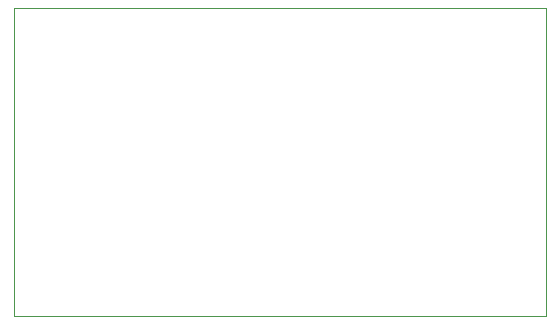
<source format=gko>
G04 #@! TF.FileFunction,Profile,NP*
%FSLAX46Y46*%
G04 Gerber Fmt 4.6, Leading zero omitted, Abs format (unit mm)*
G04 Created by KiCad (PCBNEW 0.201505222246+5678~23~ubuntu14.04.1-product) date dom 24 may 2015 19:31:24 CEST*
%MOMM*%
G01*
G04 APERTURE LIST*
%ADD10C,0.101600*%
%ADD11C,0.100000*%
G04 APERTURE END LIST*
D10*
D11*
X172085000Y-89535000D02*
X172085000Y-115570000D01*
X127000000Y-89535000D02*
X172085000Y-89535000D01*
X127000000Y-115570000D02*
X127000000Y-89535000D01*
X172085000Y-115570000D02*
X127000000Y-115570000D01*
M02*

</source>
